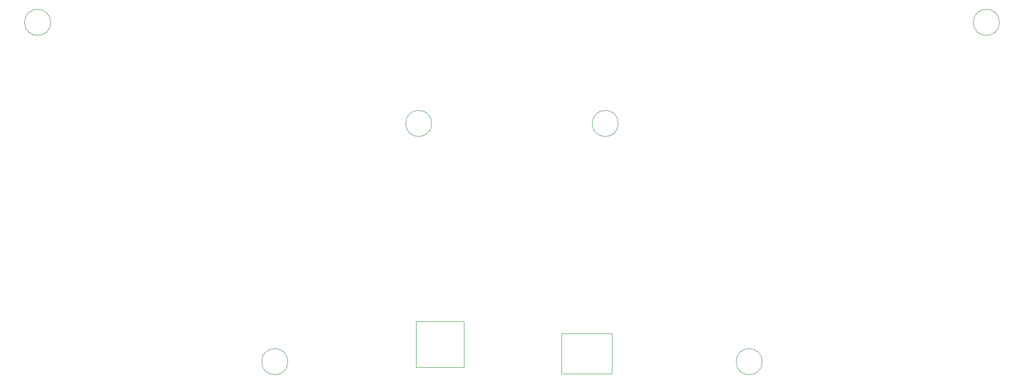
<source format=gbr>
%TF.GenerationSoftware,KiCad,Pcbnew,7.0.5*%
%TF.CreationDate,2023-06-04T15:55:19-04:00*%
%TF.ProjectId,epsilon-kb,65707369-6c6f-46e2-9d6b-622e6b696361,rev?*%
%TF.SameCoordinates,Original*%
%TF.FileFunction,Other,User*%
%FSLAX46Y46*%
G04 Gerber Fmt 4.6, Leading zero omitted, Abs format (unit mm)*
G04 Created by KiCad (PCBNEW 7.0.5) date 2023-06-04 15:55:19*
%MOMM*%
%LPD*%
G01*
G04 APERTURE LIST*
%ADD10C,0.050000*%
G04 APERTURE END LIST*
D10*
%TO.C,REF\u002A\u002A*%
X134950000Y-81250000D02*
G75*
G03*
X134950000Y-81250000I-2450000J0D01*
G01*
X196950000Y-126000000D02*
G75*
G03*
X196950000Y-126000000I-2450000J0D01*
G01*
X107950000Y-126000000D02*
G75*
G03*
X107950000Y-126000000I-2450000J0D01*
G01*
%TO.C,SW12*%
X168750000Y-121000001D02*
X168750000Y-128000001D01*
X159250000Y-128000001D02*
X159250000Y-121000001D01*
X159250000Y-128250001D02*
X159500000Y-128250001D01*
X168500000Y-120750001D02*
X168750000Y-120750001D01*
X159500000Y-120750001D02*
X168500000Y-120750001D01*
X168500000Y-128250001D02*
X168750000Y-128250001D01*
X159250000Y-128000001D02*
X159250000Y-128250001D01*
X168750000Y-120750001D02*
X168750000Y-121000001D01*
X159250000Y-121000001D02*
X159250000Y-120750001D01*
X159250000Y-120750001D02*
X159500000Y-120750001D01*
X168750000Y-128250001D02*
X168750000Y-128000001D01*
X168500000Y-128250001D02*
X159500000Y-128250001D01*
%TO.C,REF\u002A\u002A*%
X169950000Y-81250000D02*
G75*
G03*
X169950000Y-81250000I-2450000J0D01*
G01*
X241450000Y-62250000D02*
G75*
G03*
X241450000Y-62250000I-2450000J0D01*
G01*
X63450000Y-62250000D02*
G75*
G03*
X63450000Y-62250000I-2450000J0D01*
G01*
%TO.C,BT1*%
X140950000Y-118450000D02*
X132050000Y-118450000D01*
X132050000Y-127050000D02*
X140950000Y-127050000D01*
X140950000Y-127050000D02*
X140950000Y-118450000D01*
X132050000Y-118450000D02*
X132050000Y-127050000D01*
%TD*%
M02*

</source>
